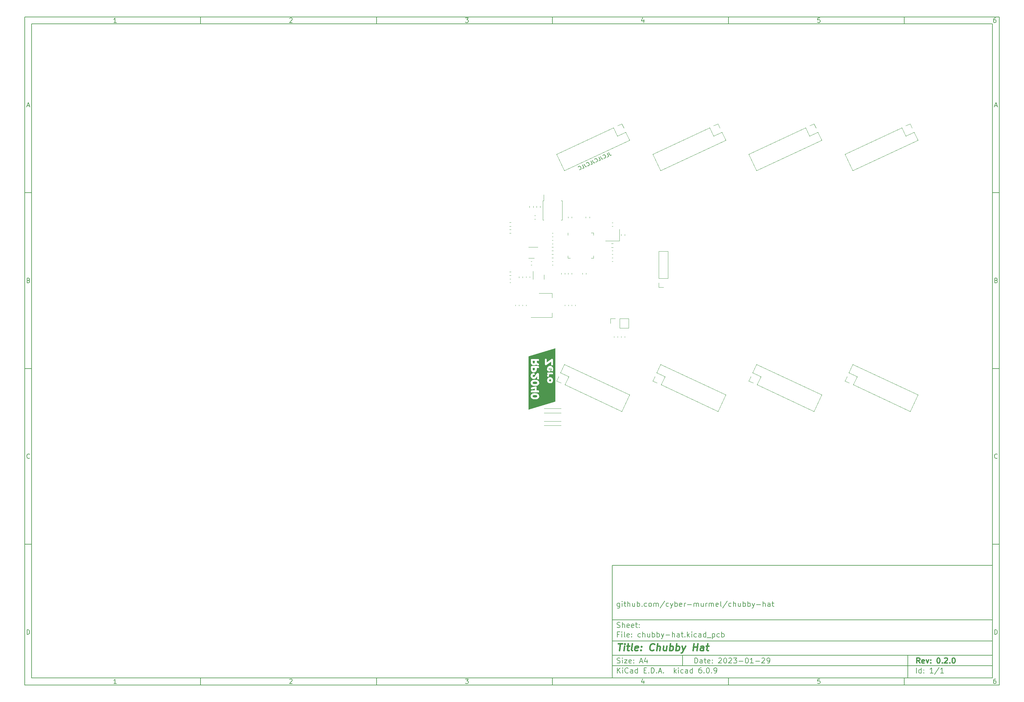
<source format=gbr>
%TF.GenerationSoftware,KiCad,Pcbnew,6.0.9*%
%TF.CreationDate,2023-01-30T01:56:59+01:00*%
%TF.ProjectId,chubby-hat,63687562-6279-42d6-9861-742e6b696361,0.2.0*%
%TF.SameCoordinates,Original*%
%TF.FileFunction,Legend,Bot*%
%TF.FilePolarity,Positive*%
%FSLAX46Y46*%
G04 Gerber Fmt 4.6, Leading zero omitted, Abs format (unit mm)*
G04 Created by KiCad (PCBNEW 6.0.9) date 2023-01-30 01:56:59*
%MOMM*%
%LPD*%
G01*
G04 APERTURE LIST*
%ADD10C,0.100000*%
%ADD11C,0.150000*%
%ADD12C,0.300000*%
%ADD13C,0.400000*%
%ADD14C,0.120000*%
G04 APERTURE END LIST*
D10*
D11*
X177002200Y-166007200D02*
X177002200Y-198007200D01*
X285002200Y-198007200D01*
X285002200Y-166007200D01*
X177002200Y-166007200D01*
D10*
D11*
X10000000Y-10000000D02*
X10000000Y-200007200D01*
X287002200Y-200007200D01*
X287002200Y-10000000D01*
X10000000Y-10000000D01*
D10*
D11*
X12000000Y-12000000D02*
X12000000Y-198007200D01*
X285002200Y-198007200D01*
X285002200Y-12000000D01*
X12000000Y-12000000D01*
D10*
D11*
X60000000Y-12000000D02*
X60000000Y-10000000D01*
D10*
D11*
X110000000Y-12000000D02*
X110000000Y-10000000D01*
D10*
D11*
X160000000Y-12000000D02*
X160000000Y-10000000D01*
D10*
D11*
X210000000Y-12000000D02*
X210000000Y-10000000D01*
D10*
D11*
X260000000Y-12000000D02*
X260000000Y-10000000D01*
D10*
D11*
X36065476Y-11588095D02*
X35322619Y-11588095D01*
X35694047Y-11588095D02*
X35694047Y-10288095D01*
X35570238Y-10473809D01*
X35446428Y-10597619D01*
X35322619Y-10659523D01*
D10*
D11*
X85322619Y-10411904D02*
X85384523Y-10350000D01*
X85508333Y-10288095D01*
X85817857Y-10288095D01*
X85941666Y-10350000D01*
X86003571Y-10411904D01*
X86065476Y-10535714D01*
X86065476Y-10659523D01*
X86003571Y-10845238D01*
X85260714Y-11588095D01*
X86065476Y-11588095D01*
D10*
D11*
X135260714Y-10288095D02*
X136065476Y-10288095D01*
X135632142Y-10783333D01*
X135817857Y-10783333D01*
X135941666Y-10845238D01*
X136003571Y-10907142D01*
X136065476Y-11030952D01*
X136065476Y-11340476D01*
X136003571Y-11464285D01*
X135941666Y-11526190D01*
X135817857Y-11588095D01*
X135446428Y-11588095D01*
X135322619Y-11526190D01*
X135260714Y-11464285D01*
D10*
D11*
X185941666Y-10721428D02*
X185941666Y-11588095D01*
X185632142Y-10226190D02*
X185322619Y-11154761D01*
X186127380Y-11154761D01*
D10*
D11*
X236003571Y-10288095D02*
X235384523Y-10288095D01*
X235322619Y-10907142D01*
X235384523Y-10845238D01*
X235508333Y-10783333D01*
X235817857Y-10783333D01*
X235941666Y-10845238D01*
X236003571Y-10907142D01*
X236065476Y-11030952D01*
X236065476Y-11340476D01*
X236003571Y-11464285D01*
X235941666Y-11526190D01*
X235817857Y-11588095D01*
X235508333Y-11588095D01*
X235384523Y-11526190D01*
X235322619Y-11464285D01*
D10*
D11*
X285941666Y-10288095D02*
X285694047Y-10288095D01*
X285570238Y-10350000D01*
X285508333Y-10411904D01*
X285384523Y-10597619D01*
X285322619Y-10845238D01*
X285322619Y-11340476D01*
X285384523Y-11464285D01*
X285446428Y-11526190D01*
X285570238Y-11588095D01*
X285817857Y-11588095D01*
X285941666Y-11526190D01*
X286003571Y-11464285D01*
X286065476Y-11340476D01*
X286065476Y-11030952D01*
X286003571Y-10907142D01*
X285941666Y-10845238D01*
X285817857Y-10783333D01*
X285570238Y-10783333D01*
X285446428Y-10845238D01*
X285384523Y-10907142D01*
X285322619Y-11030952D01*
D10*
D11*
X60000000Y-198007200D02*
X60000000Y-200007200D01*
D10*
D11*
X110000000Y-198007200D02*
X110000000Y-200007200D01*
D10*
D11*
X160000000Y-198007200D02*
X160000000Y-200007200D01*
D10*
D11*
X210000000Y-198007200D02*
X210000000Y-200007200D01*
D10*
D11*
X260000000Y-198007200D02*
X260000000Y-200007200D01*
D10*
D11*
X36065476Y-199595295D02*
X35322619Y-199595295D01*
X35694047Y-199595295D02*
X35694047Y-198295295D01*
X35570238Y-198481009D01*
X35446428Y-198604819D01*
X35322619Y-198666723D01*
D10*
D11*
X85322619Y-198419104D02*
X85384523Y-198357200D01*
X85508333Y-198295295D01*
X85817857Y-198295295D01*
X85941666Y-198357200D01*
X86003571Y-198419104D01*
X86065476Y-198542914D01*
X86065476Y-198666723D01*
X86003571Y-198852438D01*
X85260714Y-199595295D01*
X86065476Y-199595295D01*
D10*
D11*
X135260714Y-198295295D02*
X136065476Y-198295295D01*
X135632142Y-198790533D01*
X135817857Y-198790533D01*
X135941666Y-198852438D01*
X136003571Y-198914342D01*
X136065476Y-199038152D01*
X136065476Y-199347676D01*
X136003571Y-199471485D01*
X135941666Y-199533390D01*
X135817857Y-199595295D01*
X135446428Y-199595295D01*
X135322619Y-199533390D01*
X135260714Y-199471485D01*
D10*
D11*
X185941666Y-198728628D02*
X185941666Y-199595295D01*
X185632142Y-198233390D02*
X185322619Y-199161961D01*
X186127380Y-199161961D01*
D10*
D11*
X236003571Y-198295295D02*
X235384523Y-198295295D01*
X235322619Y-198914342D01*
X235384523Y-198852438D01*
X235508333Y-198790533D01*
X235817857Y-198790533D01*
X235941666Y-198852438D01*
X236003571Y-198914342D01*
X236065476Y-199038152D01*
X236065476Y-199347676D01*
X236003571Y-199471485D01*
X235941666Y-199533390D01*
X235817857Y-199595295D01*
X235508333Y-199595295D01*
X235384523Y-199533390D01*
X235322619Y-199471485D01*
D10*
D11*
X285941666Y-198295295D02*
X285694047Y-198295295D01*
X285570238Y-198357200D01*
X285508333Y-198419104D01*
X285384523Y-198604819D01*
X285322619Y-198852438D01*
X285322619Y-199347676D01*
X285384523Y-199471485D01*
X285446428Y-199533390D01*
X285570238Y-199595295D01*
X285817857Y-199595295D01*
X285941666Y-199533390D01*
X286003571Y-199471485D01*
X286065476Y-199347676D01*
X286065476Y-199038152D01*
X286003571Y-198914342D01*
X285941666Y-198852438D01*
X285817857Y-198790533D01*
X285570238Y-198790533D01*
X285446428Y-198852438D01*
X285384523Y-198914342D01*
X285322619Y-199038152D01*
D10*
D11*
X10000000Y-60000000D02*
X12000000Y-60000000D01*
D10*
D11*
X10000000Y-110000000D02*
X12000000Y-110000000D01*
D10*
D11*
X10000000Y-160000000D02*
X12000000Y-160000000D01*
D10*
D11*
X10690476Y-35216666D02*
X11309523Y-35216666D01*
X10566666Y-35588095D02*
X11000000Y-34288095D01*
X11433333Y-35588095D01*
D10*
D11*
X11092857Y-84907142D02*
X11278571Y-84969047D01*
X11340476Y-85030952D01*
X11402380Y-85154761D01*
X11402380Y-85340476D01*
X11340476Y-85464285D01*
X11278571Y-85526190D01*
X11154761Y-85588095D01*
X10659523Y-85588095D01*
X10659523Y-84288095D01*
X11092857Y-84288095D01*
X11216666Y-84350000D01*
X11278571Y-84411904D01*
X11340476Y-84535714D01*
X11340476Y-84659523D01*
X11278571Y-84783333D01*
X11216666Y-84845238D01*
X11092857Y-84907142D01*
X10659523Y-84907142D01*
D10*
D11*
X11402380Y-135464285D02*
X11340476Y-135526190D01*
X11154761Y-135588095D01*
X11030952Y-135588095D01*
X10845238Y-135526190D01*
X10721428Y-135402380D01*
X10659523Y-135278571D01*
X10597619Y-135030952D01*
X10597619Y-134845238D01*
X10659523Y-134597619D01*
X10721428Y-134473809D01*
X10845238Y-134350000D01*
X11030952Y-134288095D01*
X11154761Y-134288095D01*
X11340476Y-134350000D01*
X11402380Y-134411904D01*
D10*
D11*
X10659523Y-185588095D02*
X10659523Y-184288095D01*
X10969047Y-184288095D01*
X11154761Y-184350000D01*
X11278571Y-184473809D01*
X11340476Y-184597619D01*
X11402380Y-184845238D01*
X11402380Y-185030952D01*
X11340476Y-185278571D01*
X11278571Y-185402380D01*
X11154761Y-185526190D01*
X10969047Y-185588095D01*
X10659523Y-185588095D01*
D10*
D11*
X287002200Y-60000000D02*
X285002200Y-60000000D01*
D10*
D11*
X287002200Y-110000000D02*
X285002200Y-110000000D01*
D10*
D11*
X287002200Y-160000000D02*
X285002200Y-160000000D01*
D10*
D11*
X285692676Y-35216666D02*
X286311723Y-35216666D01*
X285568866Y-35588095D02*
X286002200Y-34288095D01*
X286435533Y-35588095D01*
D10*
D11*
X286095057Y-84907142D02*
X286280771Y-84969047D01*
X286342676Y-85030952D01*
X286404580Y-85154761D01*
X286404580Y-85340476D01*
X286342676Y-85464285D01*
X286280771Y-85526190D01*
X286156961Y-85588095D01*
X285661723Y-85588095D01*
X285661723Y-84288095D01*
X286095057Y-84288095D01*
X286218866Y-84350000D01*
X286280771Y-84411904D01*
X286342676Y-84535714D01*
X286342676Y-84659523D01*
X286280771Y-84783333D01*
X286218866Y-84845238D01*
X286095057Y-84907142D01*
X285661723Y-84907142D01*
D10*
D11*
X286404580Y-135464285D02*
X286342676Y-135526190D01*
X286156961Y-135588095D01*
X286033152Y-135588095D01*
X285847438Y-135526190D01*
X285723628Y-135402380D01*
X285661723Y-135278571D01*
X285599819Y-135030952D01*
X285599819Y-134845238D01*
X285661723Y-134597619D01*
X285723628Y-134473809D01*
X285847438Y-134350000D01*
X286033152Y-134288095D01*
X286156961Y-134288095D01*
X286342676Y-134350000D01*
X286404580Y-134411904D01*
D10*
D11*
X285661723Y-185588095D02*
X285661723Y-184288095D01*
X285971247Y-184288095D01*
X286156961Y-184350000D01*
X286280771Y-184473809D01*
X286342676Y-184597619D01*
X286404580Y-184845238D01*
X286404580Y-185030952D01*
X286342676Y-185278571D01*
X286280771Y-185402380D01*
X286156961Y-185526190D01*
X285971247Y-185588095D01*
X285661723Y-185588095D01*
D10*
D11*
X200434342Y-193785771D02*
X200434342Y-192285771D01*
X200791485Y-192285771D01*
X201005771Y-192357200D01*
X201148628Y-192500057D01*
X201220057Y-192642914D01*
X201291485Y-192928628D01*
X201291485Y-193142914D01*
X201220057Y-193428628D01*
X201148628Y-193571485D01*
X201005771Y-193714342D01*
X200791485Y-193785771D01*
X200434342Y-193785771D01*
X202577200Y-193785771D02*
X202577200Y-193000057D01*
X202505771Y-192857200D01*
X202362914Y-192785771D01*
X202077200Y-192785771D01*
X201934342Y-192857200D01*
X202577200Y-193714342D02*
X202434342Y-193785771D01*
X202077200Y-193785771D01*
X201934342Y-193714342D01*
X201862914Y-193571485D01*
X201862914Y-193428628D01*
X201934342Y-193285771D01*
X202077200Y-193214342D01*
X202434342Y-193214342D01*
X202577200Y-193142914D01*
X203077200Y-192785771D02*
X203648628Y-192785771D01*
X203291485Y-192285771D02*
X203291485Y-193571485D01*
X203362914Y-193714342D01*
X203505771Y-193785771D01*
X203648628Y-193785771D01*
X204720057Y-193714342D02*
X204577200Y-193785771D01*
X204291485Y-193785771D01*
X204148628Y-193714342D01*
X204077200Y-193571485D01*
X204077200Y-193000057D01*
X204148628Y-192857200D01*
X204291485Y-192785771D01*
X204577200Y-192785771D01*
X204720057Y-192857200D01*
X204791485Y-193000057D01*
X204791485Y-193142914D01*
X204077200Y-193285771D01*
X205434342Y-193642914D02*
X205505771Y-193714342D01*
X205434342Y-193785771D01*
X205362914Y-193714342D01*
X205434342Y-193642914D01*
X205434342Y-193785771D01*
X205434342Y-192857200D02*
X205505771Y-192928628D01*
X205434342Y-193000057D01*
X205362914Y-192928628D01*
X205434342Y-192857200D01*
X205434342Y-193000057D01*
X207220057Y-192428628D02*
X207291485Y-192357200D01*
X207434342Y-192285771D01*
X207791485Y-192285771D01*
X207934342Y-192357200D01*
X208005771Y-192428628D01*
X208077200Y-192571485D01*
X208077200Y-192714342D01*
X208005771Y-192928628D01*
X207148628Y-193785771D01*
X208077200Y-193785771D01*
X209005771Y-192285771D02*
X209148628Y-192285771D01*
X209291485Y-192357200D01*
X209362914Y-192428628D01*
X209434342Y-192571485D01*
X209505771Y-192857200D01*
X209505771Y-193214342D01*
X209434342Y-193500057D01*
X209362914Y-193642914D01*
X209291485Y-193714342D01*
X209148628Y-193785771D01*
X209005771Y-193785771D01*
X208862914Y-193714342D01*
X208791485Y-193642914D01*
X208720057Y-193500057D01*
X208648628Y-193214342D01*
X208648628Y-192857200D01*
X208720057Y-192571485D01*
X208791485Y-192428628D01*
X208862914Y-192357200D01*
X209005771Y-192285771D01*
X210077200Y-192428628D02*
X210148628Y-192357200D01*
X210291485Y-192285771D01*
X210648628Y-192285771D01*
X210791485Y-192357200D01*
X210862914Y-192428628D01*
X210934342Y-192571485D01*
X210934342Y-192714342D01*
X210862914Y-192928628D01*
X210005771Y-193785771D01*
X210934342Y-193785771D01*
X211434342Y-192285771D02*
X212362914Y-192285771D01*
X211862914Y-192857200D01*
X212077200Y-192857200D01*
X212220057Y-192928628D01*
X212291485Y-193000057D01*
X212362914Y-193142914D01*
X212362914Y-193500057D01*
X212291485Y-193642914D01*
X212220057Y-193714342D01*
X212077200Y-193785771D01*
X211648628Y-193785771D01*
X211505771Y-193714342D01*
X211434342Y-193642914D01*
X213005771Y-193214342D02*
X214148628Y-193214342D01*
X215148628Y-192285771D02*
X215291485Y-192285771D01*
X215434342Y-192357200D01*
X215505771Y-192428628D01*
X215577200Y-192571485D01*
X215648628Y-192857200D01*
X215648628Y-193214342D01*
X215577200Y-193500057D01*
X215505771Y-193642914D01*
X215434342Y-193714342D01*
X215291485Y-193785771D01*
X215148628Y-193785771D01*
X215005771Y-193714342D01*
X214934342Y-193642914D01*
X214862914Y-193500057D01*
X214791485Y-193214342D01*
X214791485Y-192857200D01*
X214862914Y-192571485D01*
X214934342Y-192428628D01*
X215005771Y-192357200D01*
X215148628Y-192285771D01*
X217077200Y-193785771D02*
X216220057Y-193785771D01*
X216648628Y-193785771D02*
X216648628Y-192285771D01*
X216505771Y-192500057D01*
X216362914Y-192642914D01*
X216220057Y-192714342D01*
X217720057Y-193214342D02*
X218862914Y-193214342D01*
X219505771Y-192428628D02*
X219577200Y-192357200D01*
X219720057Y-192285771D01*
X220077200Y-192285771D01*
X220220057Y-192357200D01*
X220291485Y-192428628D01*
X220362914Y-192571485D01*
X220362914Y-192714342D01*
X220291485Y-192928628D01*
X219434342Y-193785771D01*
X220362914Y-193785771D01*
X221077200Y-193785771D02*
X221362914Y-193785771D01*
X221505771Y-193714342D01*
X221577200Y-193642914D01*
X221720057Y-193428628D01*
X221791485Y-193142914D01*
X221791485Y-192571485D01*
X221720057Y-192428628D01*
X221648628Y-192357200D01*
X221505771Y-192285771D01*
X221220057Y-192285771D01*
X221077200Y-192357200D01*
X221005771Y-192428628D01*
X220934342Y-192571485D01*
X220934342Y-192928628D01*
X221005771Y-193071485D01*
X221077200Y-193142914D01*
X221220057Y-193214342D01*
X221505771Y-193214342D01*
X221648628Y-193142914D01*
X221720057Y-193071485D01*
X221791485Y-192928628D01*
D10*
D11*
X177002200Y-194507200D02*
X285002200Y-194507200D01*
D10*
D11*
X178434342Y-196585771D02*
X178434342Y-195085771D01*
X179291485Y-196585771D02*
X178648628Y-195728628D01*
X179291485Y-195085771D02*
X178434342Y-195942914D01*
X179934342Y-196585771D02*
X179934342Y-195585771D01*
X179934342Y-195085771D02*
X179862914Y-195157200D01*
X179934342Y-195228628D01*
X180005771Y-195157200D01*
X179934342Y-195085771D01*
X179934342Y-195228628D01*
X181505771Y-196442914D02*
X181434342Y-196514342D01*
X181220057Y-196585771D01*
X181077200Y-196585771D01*
X180862914Y-196514342D01*
X180720057Y-196371485D01*
X180648628Y-196228628D01*
X180577200Y-195942914D01*
X180577200Y-195728628D01*
X180648628Y-195442914D01*
X180720057Y-195300057D01*
X180862914Y-195157200D01*
X181077200Y-195085771D01*
X181220057Y-195085771D01*
X181434342Y-195157200D01*
X181505771Y-195228628D01*
X182791485Y-196585771D02*
X182791485Y-195800057D01*
X182720057Y-195657200D01*
X182577200Y-195585771D01*
X182291485Y-195585771D01*
X182148628Y-195657200D01*
X182791485Y-196514342D02*
X182648628Y-196585771D01*
X182291485Y-196585771D01*
X182148628Y-196514342D01*
X182077200Y-196371485D01*
X182077200Y-196228628D01*
X182148628Y-196085771D01*
X182291485Y-196014342D01*
X182648628Y-196014342D01*
X182791485Y-195942914D01*
X184148628Y-196585771D02*
X184148628Y-195085771D01*
X184148628Y-196514342D02*
X184005771Y-196585771D01*
X183720057Y-196585771D01*
X183577200Y-196514342D01*
X183505771Y-196442914D01*
X183434342Y-196300057D01*
X183434342Y-195871485D01*
X183505771Y-195728628D01*
X183577200Y-195657200D01*
X183720057Y-195585771D01*
X184005771Y-195585771D01*
X184148628Y-195657200D01*
X186005771Y-195800057D02*
X186505771Y-195800057D01*
X186720057Y-196585771D02*
X186005771Y-196585771D01*
X186005771Y-195085771D01*
X186720057Y-195085771D01*
X187362914Y-196442914D02*
X187434342Y-196514342D01*
X187362914Y-196585771D01*
X187291485Y-196514342D01*
X187362914Y-196442914D01*
X187362914Y-196585771D01*
X188077200Y-196585771D02*
X188077200Y-195085771D01*
X188434342Y-195085771D01*
X188648628Y-195157200D01*
X188791485Y-195300057D01*
X188862914Y-195442914D01*
X188934342Y-195728628D01*
X188934342Y-195942914D01*
X188862914Y-196228628D01*
X188791485Y-196371485D01*
X188648628Y-196514342D01*
X188434342Y-196585771D01*
X188077200Y-196585771D01*
X189577200Y-196442914D02*
X189648628Y-196514342D01*
X189577200Y-196585771D01*
X189505771Y-196514342D01*
X189577200Y-196442914D01*
X189577200Y-196585771D01*
X190220057Y-196157200D02*
X190934342Y-196157200D01*
X190077200Y-196585771D02*
X190577200Y-195085771D01*
X191077200Y-196585771D01*
X191577200Y-196442914D02*
X191648628Y-196514342D01*
X191577200Y-196585771D01*
X191505771Y-196514342D01*
X191577200Y-196442914D01*
X191577200Y-196585771D01*
X194577200Y-196585771D02*
X194577200Y-195085771D01*
X194720057Y-196014342D02*
X195148628Y-196585771D01*
X195148628Y-195585771D02*
X194577200Y-196157200D01*
X195791485Y-196585771D02*
X195791485Y-195585771D01*
X195791485Y-195085771D02*
X195720057Y-195157200D01*
X195791485Y-195228628D01*
X195862914Y-195157200D01*
X195791485Y-195085771D01*
X195791485Y-195228628D01*
X197148628Y-196514342D02*
X197005771Y-196585771D01*
X196720057Y-196585771D01*
X196577200Y-196514342D01*
X196505771Y-196442914D01*
X196434342Y-196300057D01*
X196434342Y-195871485D01*
X196505771Y-195728628D01*
X196577200Y-195657200D01*
X196720057Y-195585771D01*
X197005771Y-195585771D01*
X197148628Y-195657200D01*
X198434342Y-196585771D02*
X198434342Y-195800057D01*
X198362914Y-195657200D01*
X198220057Y-195585771D01*
X197934342Y-195585771D01*
X197791485Y-195657200D01*
X198434342Y-196514342D02*
X198291485Y-196585771D01*
X197934342Y-196585771D01*
X197791485Y-196514342D01*
X197720057Y-196371485D01*
X197720057Y-196228628D01*
X197791485Y-196085771D01*
X197934342Y-196014342D01*
X198291485Y-196014342D01*
X198434342Y-195942914D01*
X199791485Y-196585771D02*
X199791485Y-195085771D01*
X199791485Y-196514342D02*
X199648628Y-196585771D01*
X199362914Y-196585771D01*
X199220057Y-196514342D01*
X199148628Y-196442914D01*
X199077200Y-196300057D01*
X199077200Y-195871485D01*
X199148628Y-195728628D01*
X199220057Y-195657200D01*
X199362914Y-195585771D01*
X199648628Y-195585771D01*
X199791485Y-195657200D01*
X202291485Y-195085771D02*
X202005771Y-195085771D01*
X201862914Y-195157200D01*
X201791485Y-195228628D01*
X201648628Y-195442914D01*
X201577200Y-195728628D01*
X201577200Y-196300057D01*
X201648628Y-196442914D01*
X201720057Y-196514342D01*
X201862914Y-196585771D01*
X202148628Y-196585771D01*
X202291485Y-196514342D01*
X202362914Y-196442914D01*
X202434342Y-196300057D01*
X202434342Y-195942914D01*
X202362914Y-195800057D01*
X202291485Y-195728628D01*
X202148628Y-195657200D01*
X201862914Y-195657200D01*
X201720057Y-195728628D01*
X201648628Y-195800057D01*
X201577200Y-195942914D01*
X203077200Y-196442914D02*
X203148628Y-196514342D01*
X203077200Y-196585771D01*
X203005771Y-196514342D01*
X203077200Y-196442914D01*
X203077200Y-196585771D01*
X204077200Y-195085771D02*
X204220057Y-195085771D01*
X204362914Y-195157200D01*
X204434342Y-195228628D01*
X204505771Y-195371485D01*
X204577200Y-195657200D01*
X204577200Y-196014342D01*
X204505771Y-196300057D01*
X204434342Y-196442914D01*
X204362914Y-196514342D01*
X204220057Y-196585771D01*
X204077200Y-196585771D01*
X203934342Y-196514342D01*
X203862914Y-196442914D01*
X203791485Y-196300057D01*
X203720057Y-196014342D01*
X203720057Y-195657200D01*
X203791485Y-195371485D01*
X203862914Y-195228628D01*
X203934342Y-195157200D01*
X204077200Y-195085771D01*
X205220057Y-196442914D02*
X205291485Y-196514342D01*
X205220057Y-196585771D01*
X205148628Y-196514342D01*
X205220057Y-196442914D01*
X205220057Y-196585771D01*
X206005771Y-196585771D02*
X206291485Y-196585771D01*
X206434342Y-196514342D01*
X206505771Y-196442914D01*
X206648628Y-196228628D01*
X206720057Y-195942914D01*
X206720057Y-195371485D01*
X206648628Y-195228628D01*
X206577200Y-195157200D01*
X206434342Y-195085771D01*
X206148628Y-195085771D01*
X206005771Y-195157200D01*
X205934342Y-195228628D01*
X205862914Y-195371485D01*
X205862914Y-195728628D01*
X205934342Y-195871485D01*
X206005771Y-195942914D01*
X206148628Y-196014342D01*
X206434342Y-196014342D01*
X206577200Y-195942914D01*
X206648628Y-195871485D01*
X206720057Y-195728628D01*
D10*
D11*
X177002200Y-191507200D02*
X285002200Y-191507200D01*
D10*
D12*
X264411485Y-193785771D02*
X263911485Y-193071485D01*
X263554342Y-193785771D02*
X263554342Y-192285771D01*
X264125771Y-192285771D01*
X264268628Y-192357200D01*
X264340057Y-192428628D01*
X264411485Y-192571485D01*
X264411485Y-192785771D01*
X264340057Y-192928628D01*
X264268628Y-193000057D01*
X264125771Y-193071485D01*
X263554342Y-193071485D01*
X265625771Y-193714342D02*
X265482914Y-193785771D01*
X265197200Y-193785771D01*
X265054342Y-193714342D01*
X264982914Y-193571485D01*
X264982914Y-193000057D01*
X265054342Y-192857200D01*
X265197200Y-192785771D01*
X265482914Y-192785771D01*
X265625771Y-192857200D01*
X265697200Y-193000057D01*
X265697200Y-193142914D01*
X264982914Y-193285771D01*
X266197200Y-192785771D02*
X266554342Y-193785771D01*
X266911485Y-192785771D01*
X267482914Y-193642914D02*
X267554342Y-193714342D01*
X267482914Y-193785771D01*
X267411485Y-193714342D01*
X267482914Y-193642914D01*
X267482914Y-193785771D01*
X267482914Y-192857200D02*
X267554342Y-192928628D01*
X267482914Y-193000057D01*
X267411485Y-192928628D01*
X267482914Y-192857200D01*
X267482914Y-193000057D01*
X269625771Y-192285771D02*
X269768628Y-192285771D01*
X269911485Y-192357200D01*
X269982914Y-192428628D01*
X270054342Y-192571485D01*
X270125771Y-192857200D01*
X270125771Y-193214342D01*
X270054342Y-193500057D01*
X269982914Y-193642914D01*
X269911485Y-193714342D01*
X269768628Y-193785771D01*
X269625771Y-193785771D01*
X269482914Y-193714342D01*
X269411485Y-193642914D01*
X269340057Y-193500057D01*
X269268628Y-193214342D01*
X269268628Y-192857200D01*
X269340057Y-192571485D01*
X269411485Y-192428628D01*
X269482914Y-192357200D01*
X269625771Y-192285771D01*
X270768628Y-193642914D02*
X270840057Y-193714342D01*
X270768628Y-193785771D01*
X270697200Y-193714342D01*
X270768628Y-193642914D01*
X270768628Y-193785771D01*
X271411485Y-192428628D02*
X271482914Y-192357200D01*
X271625771Y-192285771D01*
X271982914Y-192285771D01*
X272125771Y-192357200D01*
X272197200Y-192428628D01*
X272268628Y-192571485D01*
X272268628Y-192714342D01*
X272197200Y-192928628D01*
X271340057Y-193785771D01*
X272268628Y-193785771D01*
X272911485Y-193642914D02*
X272982914Y-193714342D01*
X272911485Y-193785771D01*
X272840057Y-193714342D01*
X272911485Y-193642914D01*
X272911485Y-193785771D01*
X273911485Y-192285771D02*
X274054342Y-192285771D01*
X274197200Y-192357200D01*
X274268628Y-192428628D01*
X274340057Y-192571485D01*
X274411485Y-192857200D01*
X274411485Y-193214342D01*
X274340057Y-193500057D01*
X274268628Y-193642914D01*
X274197200Y-193714342D01*
X274054342Y-193785771D01*
X273911485Y-193785771D01*
X273768628Y-193714342D01*
X273697200Y-193642914D01*
X273625771Y-193500057D01*
X273554342Y-193214342D01*
X273554342Y-192857200D01*
X273625771Y-192571485D01*
X273697200Y-192428628D01*
X273768628Y-192357200D01*
X273911485Y-192285771D01*
D10*
D11*
X178362914Y-193714342D02*
X178577200Y-193785771D01*
X178934342Y-193785771D01*
X179077200Y-193714342D01*
X179148628Y-193642914D01*
X179220057Y-193500057D01*
X179220057Y-193357200D01*
X179148628Y-193214342D01*
X179077200Y-193142914D01*
X178934342Y-193071485D01*
X178648628Y-193000057D01*
X178505771Y-192928628D01*
X178434342Y-192857200D01*
X178362914Y-192714342D01*
X178362914Y-192571485D01*
X178434342Y-192428628D01*
X178505771Y-192357200D01*
X178648628Y-192285771D01*
X179005771Y-192285771D01*
X179220057Y-192357200D01*
X179862914Y-193785771D02*
X179862914Y-192785771D01*
X179862914Y-192285771D02*
X179791485Y-192357200D01*
X179862914Y-192428628D01*
X179934342Y-192357200D01*
X179862914Y-192285771D01*
X179862914Y-192428628D01*
X180434342Y-192785771D02*
X181220057Y-192785771D01*
X180434342Y-193785771D01*
X181220057Y-193785771D01*
X182362914Y-193714342D02*
X182220057Y-193785771D01*
X181934342Y-193785771D01*
X181791485Y-193714342D01*
X181720057Y-193571485D01*
X181720057Y-193000057D01*
X181791485Y-192857200D01*
X181934342Y-192785771D01*
X182220057Y-192785771D01*
X182362914Y-192857200D01*
X182434342Y-193000057D01*
X182434342Y-193142914D01*
X181720057Y-193285771D01*
X183077200Y-193642914D02*
X183148628Y-193714342D01*
X183077200Y-193785771D01*
X183005771Y-193714342D01*
X183077200Y-193642914D01*
X183077200Y-193785771D01*
X183077200Y-192857200D02*
X183148628Y-192928628D01*
X183077200Y-193000057D01*
X183005771Y-192928628D01*
X183077200Y-192857200D01*
X183077200Y-193000057D01*
X184862914Y-193357200D02*
X185577200Y-193357200D01*
X184720057Y-193785771D02*
X185220057Y-192285771D01*
X185720057Y-193785771D01*
X186862914Y-192785771D02*
X186862914Y-193785771D01*
X186505771Y-192214342D02*
X186148628Y-193285771D01*
X187077200Y-193285771D01*
D10*
D11*
X263434342Y-196585771D02*
X263434342Y-195085771D01*
X264791485Y-196585771D02*
X264791485Y-195085771D01*
X264791485Y-196514342D02*
X264648628Y-196585771D01*
X264362914Y-196585771D01*
X264220057Y-196514342D01*
X264148628Y-196442914D01*
X264077200Y-196300057D01*
X264077200Y-195871485D01*
X264148628Y-195728628D01*
X264220057Y-195657200D01*
X264362914Y-195585771D01*
X264648628Y-195585771D01*
X264791485Y-195657200D01*
X265505771Y-196442914D02*
X265577200Y-196514342D01*
X265505771Y-196585771D01*
X265434342Y-196514342D01*
X265505771Y-196442914D01*
X265505771Y-196585771D01*
X265505771Y-195657200D02*
X265577200Y-195728628D01*
X265505771Y-195800057D01*
X265434342Y-195728628D01*
X265505771Y-195657200D01*
X265505771Y-195800057D01*
X268148628Y-196585771D02*
X267291485Y-196585771D01*
X267720057Y-196585771D02*
X267720057Y-195085771D01*
X267577200Y-195300057D01*
X267434342Y-195442914D01*
X267291485Y-195514342D01*
X269862914Y-195014342D02*
X268577200Y-196942914D01*
X271148628Y-196585771D02*
X270291485Y-196585771D01*
X270720057Y-196585771D02*
X270720057Y-195085771D01*
X270577200Y-195300057D01*
X270434342Y-195442914D01*
X270291485Y-195514342D01*
D10*
D11*
X177002200Y-187507200D02*
X285002200Y-187507200D01*
D10*
D13*
X178714580Y-188211961D02*
X179857438Y-188211961D01*
X179036009Y-190211961D02*
X179286009Y-188211961D01*
X180274104Y-190211961D02*
X180440771Y-188878628D01*
X180524104Y-188211961D02*
X180416961Y-188307200D01*
X180500295Y-188402438D01*
X180607438Y-188307200D01*
X180524104Y-188211961D01*
X180500295Y-188402438D01*
X181107438Y-188878628D02*
X181869342Y-188878628D01*
X181476485Y-188211961D02*
X181262200Y-189926247D01*
X181333628Y-190116723D01*
X181512200Y-190211961D01*
X181702676Y-190211961D01*
X182655057Y-190211961D02*
X182476485Y-190116723D01*
X182405057Y-189926247D01*
X182619342Y-188211961D01*
X184190771Y-190116723D02*
X183988390Y-190211961D01*
X183607438Y-190211961D01*
X183428866Y-190116723D01*
X183357438Y-189926247D01*
X183452676Y-189164342D01*
X183571723Y-188973866D01*
X183774104Y-188878628D01*
X184155057Y-188878628D01*
X184333628Y-188973866D01*
X184405057Y-189164342D01*
X184381247Y-189354819D01*
X183405057Y-189545295D01*
X185155057Y-190021485D02*
X185238390Y-190116723D01*
X185131247Y-190211961D01*
X185047914Y-190116723D01*
X185155057Y-190021485D01*
X185131247Y-190211961D01*
X185286009Y-188973866D02*
X185369342Y-189069104D01*
X185262200Y-189164342D01*
X185178866Y-189069104D01*
X185286009Y-188973866D01*
X185262200Y-189164342D01*
X188774104Y-190021485D02*
X188666961Y-190116723D01*
X188369342Y-190211961D01*
X188178866Y-190211961D01*
X187905057Y-190116723D01*
X187738390Y-189926247D01*
X187666961Y-189735771D01*
X187619342Y-189354819D01*
X187655057Y-189069104D01*
X187797914Y-188688152D01*
X187916961Y-188497676D01*
X188131247Y-188307200D01*
X188428866Y-188211961D01*
X188619342Y-188211961D01*
X188893152Y-188307200D01*
X188976485Y-188402438D01*
X189607438Y-190211961D02*
X189857438Y-188211961D01*
X190464580Y-190211961D02*
X190595533Y-189164342D01*
X190524104Y-188973866D01*
X190345533Y-188878628D01*
X190059819Y-188878628D01*
X189857438Y-188973866D01*
X189750295Y-189069104D01*
X192440771Y-188878628D02*
X192274104Y-190211961D01*
X191583628Y-188878628D02*
X191452676Y-189926247D01*
X191524104Y-190116723D01*
X191702676Y-190211961D01*
X191988390Y-190211961D01*
X192190771Y-190116723D01*
X192297914Y-190021485D01*
X193226485Y-190211961D02*
X193476485Y-188211961D01*
X193381247Y-188973866D02*
X193583628Y-188878628D01*
X193964580Y-188878628D01*
X194143152Y-188973866D01*
X194226485Y-189069104D01*
X194297914Y-189259580D01*
X194226485Y-189831009D01*
X194107438Y-190021485D01*
X194000295Y-190116723D01*
X193797914Y-190211961D01*
X193416961Y-190211961D01*
X193238390Y-190116723D01*
X195036009Y-190211961D02*
X195286009Y-188211961D01*
X195190771Y-188973866D02*
X195393152Y-188878628D01*
X195774104Y-188878628D01*
X195952676Y-188973866D01*
X196036009Y-189069104D01*
X196107438Y-189259580D01*
X196036009Y-189831009D01*
X195916961Y-190021485D01*
X195809819Y-190116723D01*
X195607438Y-190211961D01*
X195226485Y-190211961D01*
X195047914Y-190116723D01*
X196821723Y-188878628D02*
X197131247Y-190211961D01*
X197774104Y-188878628D02*
X197131247Y-190211961D01*
X196881247Y-190688152D01*
X196774104Y-190783390D01*
X196571723Y-190878628D01*
X199893152Y-190211961D02*
X200143152Y-188211961D01*
X200024104Y-189164342D02*
X201166961Y-189164342D01*
X201036009Y-190211961D02*
X201286009Y-188211961D01*
X202845533Y-190211961D02*
X202976485Y-189164342D01*
X202905057Y-188973866D01*
X202726485Y-188878628D01*
X202345533Y-188878628D01*
X202143152Y-188973866D01*
X202857438Y-190116723D02*
X202655057Y-190211961D01*
X202178866Y-190211961D01*
X202000295Y-190116723D01*
X201928866Y-189926247D01*
X201952676Y-189735771D01*
X202071723Y-189545295D01*
X202274104Y-189450057D01*
X202750295Y-189450057D01*
X202952676Y-189354819D01*
X203678866Y-188878628D02*
X204440771Y-188878628D01*
X204047914Y-188211961D02*
X203833628Y-189926247D01*
X203905057Y-190116723D01*
X204083628Y-190211961D01*
X204274104Y-190211961D01*
D10*
D11*
X178934342Y-185600057D02*
X178434342Y-185600057D01*
X178434342Y-186385771D02*
X178434342Y-184885771D01*
X179148628Y-184885771D01*
X179720057Y-186385771D02*
X179720057Y-185385771D01*
X179720057Y-184885771D02*
X179648628Y-184957200D01*
X179720057Y-185028628D01*
X179791485Y-184957200D01*
X179720057Y-184885771D01*
X179720057Y-185028628D01*
X180648628Y-186385771D02*
X180505771Y-186314342D01*
X180434342Y-186171485D01*
X180434342Y-184885771D01*
X181791485Y-186314342D02*
X181648628Y-186385771D01*
X181362914Y-186385771D01*
X181220057Y-186314342D01*
X181148628Y-186171485D01*
X181148628Y-185600057D01*
X181220057Y-185457200D01*
X181362914Y-185385771D01*
X181648628Y-185385771D01*
X181791485Y-185457200D01*
X181862914Y-185600057D01*
X181862914Y-185742914D01*
X181148628Y-185885771D01*
X182505771Y-186242914D02*
X182577200Y-186314342D01*
X182505771Y-186385771D01*
X182434342Y-186314342D01*
X182505771Y-186242914D01*
X182505771Y-186385771D01*
X182505771Y-185457200D02*
X182577200Y-185528628D01*
X182505771Y-185600057D01*
X182434342Y-185528628D01*
X182505771Y-185457200D01*
X182505771Y-185600057D01*
X185005771Y-186314342D02*
X184862914Y-186385771D01*
X184577200Y-186385771D01*
X184434342Y-186314342D01*
X184362914Y-186242914D01*
X184291485Y-186100057D01*
X184291485Y-185671485D01*
X184362914Y-185528628D01*
X184434342Y-185457200D01*
X184577200Y-185385771D01*
X184862914Y-185385771D01*
X185005771Y-185457200D01*
X185648628Y-186385771D02*
X185648628Y-184885771D01*
X186291485Y-186385771D02*
X186291485Y-185600057D01*
X186220057Y-185457200D01*
X186077200Y-185385771D01*
X185862914Y-185385771D01*
X185720057Y-185457200D01*
X185648628Y-185528628D01*
X187648628Y-185385771D02*
X187648628Y-186385771D01*
X187005771Y-185385771D02*
X187005771Y-186171485D01*
X187077200Y-186314342D01*
X187220057Y-186385771D01*
X187434342Y-186385771D01*
X187577200Y-186314342D01*
X187648628Y-186242914D01*
X188362914Y-186385771D02*
X188362914Y-184885771D01*
X188362914Y-185457200D02*
X188505771Y-185385771D01*
X188791485Y-185385771D01*
X188934342Y-185457200D01*
X189005771Y-185528628D01*
X189077200Y-185671485D01*
X189077200Y-186100057D01*
X189005771Y-186242914D01*
X188934342Y-186314342D01*
X188791485Y-186385771D01*
X188505771Y-186385771D01*
X188362914Y-186314342D01*
X189720057Y-186385771D02*
X189720057Y-184885771D01*
X189720057Y-185457200D02*
X189862914Y-185385771D01*
X190148628Y-185385771D01*
X190291485Y-185457200D01*
X190362914Y-185528628D01*
X190434342Y-185671485D01*
X190434342Y-186100057D01*
X190362914Y-186242914D01*
X190291485Y-186314342D01*
X190148628Y-186385771D01*
X189862914Y-186385771D01*
X189720057Y-186314342D01*
X190934342Y-185385771D02*
X191291485Y-186385771D01*
X191648628Y-185385771D02*
X191291485Y-186385771D01*
X191148628Y-186742914D01*
X191077200Y-186814342D01*
X190934342Y-186885771D01*
X192220057Y-185814342D02*
X193362914Y-185814342D01*
X194077200Y-186385771D02*
X194077200Y-184885771D01*
X194720057Y-186385771D02*
X194720057Y-185600057D01*
X194648628Y-185457200D01*
X194505771Y-185385771D01*
X194291485Y-185385771D01*
X194148628Y-185457200D01*
X194077200Y-185528628D01*
X196077200Y-186385771D02*
X196077200Y-185600057D01*
X196005771Y-185457200D01*
X195862914Y-185385771D01*
X195577200Y-185385771D01*
X195434342Y-185457200D01*
X196077200Y-186314342D02*
X195934342Y-186385771D01*
X195577200Y-186385771D01*
X195434342Y-186314342D01*
X195362914Y-186171485D01*
X195362914Y-186028628D01*
X195434342Y-185885771D01*
X195577200Y-185814342D01*
X195934342Y-185814342D01*
X196077200Y-185742914D01*
X196577200Y-185385771D02*
X197148628Y-185385771D01*
X196791485Y-184885771D02*
X196791485Y-186171485D01*
X196862914Y-186314342D01*
X197005771Y-186385771D01*
X197148628Y-186385771D01*
X197648628Y-186242914D02*
X197720057Y-186314342D01*
X197648628Y-186385771D01*
X197577200Y-186314342D01*
X197648628Y-186242914D01*
X197648628Y-186385771D01*
X198362914Y-186385771D02*
X198362914Y-184885771D01*
X198505771Y-185814342D02*
X198934342Y-186385771D01*
X198934342Y-185385771D02*
X198362914Y-185957200D01*
X199577200Y-186385771D02*
X199577200Y-185385771D01*
X199577200Y-184885771D02*
X199505771Y-184957200D01*
X199577200Y-185028628D01*
X199648628Y-184957200D01*
X199577200Y-184885771D01*
X199577200Y-185028628D01*
X200934342Y-186314342D02*
X200791485Y-186385771D01*
X200505771Y-186385771D01*
X200362914Y-186314342D01*
X200291485Y-186242914D01*
X200220057Y-186100057D01*
X200220057Y-185671485D01*
X200291485Y-185528628D01*
X200362914Y-185457200D01*
X200505771Y-185385771D01*
X200791485Y-185385771D01*
X200934342Y-185457200D01*
X202220057Y-186385771D02*
X202220057Y-185600057D01*
X202148628Y-185457200D01*
X202005771Y-185385771D01*
X201720057Y-185385771D01*
X201577200Y-185457200D01*
X202220057Y-186314342D02*
X202077200Y-186385771D01*
X201720057Y-186385771D01*
X201577200Y-186314342D01*
X201505771Y-186171485D01*
X201505771Y-186028628D01*
X201577200Y-185885771D01*
X201720057Y-185814342D01*
X202077200Y-185814342D01*
X202220057Y-185742914D01*
X203577200Y-186385771D02*
X203577200Y-184885771D01*
X203577200Y-186314342D02*
X203434342Y-186385771D01*
X203148628Y-186385771D01*
X203005771Y-186314342D01*
X202934342Y-186242914D01*
X202862914Y-186100057D01*
X202862914Y-185671485D01*
X202934342Y-185528628D01*
X203005771Y-185457200D01*
X203148628Y-185385771D01*
X203434342Y-185385771D01*
X203577200Y-185457200D01*
X203934342Y-186528628D02*
X205077200Y-186528628D01*
X205434342Y-185385771D02*
X205434342Y-186885771D01*
X205434342Y-185457200D02*
X205577200Y-185385771D01*
X205862914Y-185385771D01*
X206005771Y-185457200D01*
X206077200Y-185528628D01*
X206148628Y-185671485D01*
X206148628Y-186100057D01*
X206077200Y-186242914D01*
X206005771Y-186314342D01*
X205862914Y-186385771D01*
X205577200Y-186385771D01*
X205434342Y-186314342D01*
X207434342Y-186314342D02*
X207291485Y-186385771D01*
X207005771Y-186385771D01*
X206862914Y-186314342D01*
X206791485Y-186242914D01*
X206720057Y-186100057D01*
X206720057Y-185671485D01*
X206791485Y-185528628D01*
X206862914Y-185457200D01*
X207005771Y-185385771D01*
X207291485Y-185385771D01*
X207434342Y-185457200D01*
X208077200Y-186385771D02*
X208077200Y-184885771D01*
X208077200Y-185457200D02*
X208220057Y-185385771D01*
X208505771Y-185385771D01*
X208648628Y-185457200D01*
X208720057Y-185528628D01*
X208791485Y-185671485D01*
X208791485Y-186100057D01*
X208720057Y-186242914D01*
X208648628Y-186314342D01*
X208505771Y-186385771D01*
X208220057Y-186385771D01*
X208077200Y-186314342D01*
D10*
D11*
X177002200Y-181507200D02*
X285002200Y-181507200D01*
D10*
D11*
X178362914Y-183614342D02*
X178577200Y-183685771D01*
X178934342Y-183685771D01*
X179077200Y-183614342D01*
X179148628Y-183542914D01*
X179220057Y-183400057D01*
X179220057Y-183257200D01*
X179148628Y-183114342D01*
X179077200Y-183042914D01*
X178934342Y-182971485D01*
X178648628Y-182900057D01*
X178505771Y-182828628D01*
X178434342Y-182757200D01*
X178362914Y-182614342D01*
X178362914Y-182471485D01*
X178434342Y-182328628D01*
X178505771Y-182257200D01*
X178648628Y-182185771D01*
X179005771Y-182185771D01*
X179220057Y-182257200D01*
X179862914Y-183685771D02*
X179862914Y-182185771D01*
X180505771Y-183685771D02*
X180505771Y-182900057D01*
X180434342Y-182757200D01*
X180291485Y-182685771D01*
X180077200Y-182685771D01*
X179934342Y-182757200D01*
X179862914Y-182828628D01*
X181791485Y-183614342D02*
X181648628Y-183685771D01*
X181362914Y-183685771D01*
X181220057Y-183614342D01*
X181148628Y-183471485D01*
X181148628Y-182900057D01*
X181220057Y-182757200D01*
X181362914Y-182685771D01*
X181648628Y-182685771D01*
X181791485Y-182757200D01*
X181862914Y-182900057D01*
X181862914Y-183042914D01*
X181148628Y-183185771D01*
X183077200Y-183614342D02*
X182934342Y-183685771D01*
X182648628Y-183685771D01*
X182505771Y-183614342D01*
X182434342Y-183471485D01*
X182434342Y-182900057D01*
X182505771Y-182757200D01*
X182648628Y-182685771D01*
X182934342Y-182685771D01*
X183077200Y-182757200D01*
X183148628Y-182900057D01*
X183148628Y-183042914D01*
X182434342Y-183185771D01*
X183577200Y-182685771D02*
X184148628Y-182685771D01*
X183791485Y-182185771D02*
X183791485Y-183471485D01*
X183862914Y-183614342D01*
X184005771Y-183685771D01*
X184148628Y-183685771D01*
X184648628Y-183542914D02*
X184720057Y-183614342D01*
X184648628Y-183685771D01*
X184577200Y-183614342D01*
X184648628Y-183542914D01*
X184648628Y-183685771D01*
X184648628Y-182757200D02*
X184720057Y-182828628D01*
X184648628Y-182900057D01*
X184577200Y-182828628D01*
X184648628Y-182757200D01*
X184648628Y-182900057D01*
D10*
D12*
D10*
D11*
X179077200Y-176685771D02*
X179077200Y-177900057D01*
X179005771Y-178042914D01*
X178934342Y-178114342D01*
X178791485Y-178185771D01*
X178577200Y-178185771D01*
X178434342Y-178114342D01*
X179077200Y-177614342D02*
X178934342Y-177685771D01*
X178648628Y-177685771D01*
X178505771Y-177614342D01*
X178434342Y-177542914D01*
X178362914Y-177400057D01*
X178362914Y-176971485D01*
X178434342Y-176828628D01*
X178505771Y-176757200D01*
X178648628Y-176685771D01*
X178934342Y-176685771D01*
X179077200Y-176757200D01*
X179791485Y-177685771D02*
X179791485Y-176685771D01*
X179791485Y-176185771D02*
X179720057Y-176257200D01*
X179791485Y-176328628D01*
X179862914Y-176257200D01*
X179791485Y-176185771D01*
X179791485Y-176328628D01*
X180291485Y-176685771D02*
X180862914Y-176685771D01*
X180505771Y-176185771D02*
X180505771Y-177471485D01*
X180577200Y-177614342D01*
X180720057Y-177685771D01*
X180862914Y-177685771D01*
X181362914Y-177685771D02*
X181362914Y-176185771D01*
X182005771Y-177685771D02*
X182005771Y-176900057D01*
X181934342Y-176757200D01*
X181791485Y-176685771D01*
X181577200Y-176685771D01*
X181434342Y-176757200D01*
X181362914Y-176828628D01*
X183362914Y-176685771D02*
X183362914Y-177685771D01*
X182720057Y-176685771D02*
X182720057Y-177471485D01*
X182791485Y-177614342D01*
X182934342Y-177685771D01*
X183148628Y-177685771D01*
X183291485Y-177614342D01*
X183362914Y-177542914D01*
X184077200Y-177685771D02*
X184077200Y-176185771D01*
X184077200Y-176757200D02*
X184220057Y-176685771D01*
X184505771Y-176685771D01*
X184648628Y-176757200D01*
X184720057Y-176828628D01*
X184791485Y-176971485D01*
X184791485Y-177400057D01*
X184720057Y-177542914D01*
X184648628Y-177614342D01*
X184505771Y-177685771D01*
X184220057Y-177685771D01*
X184077200Y-177614342D01*
X185434342Y-177542914D02*
X185505771Y-177614342D01*
X185434342Y-177685771D01*
X185362914Y-177614342D01*
X185434342Y-177542914D01*
X185434342Y-177685771D01*
X186791485Y-177614342D02*
X186648628Y-177685771D01*
X186362914Y-177685771D01*
X186220057Y-177614342D01*
X186148628Y-177542914D01*
X186077200Y-177400057D01*
X186077200Y-176971485D01*
X186148628Y-176828628D01*
X186220057Y-176757200D01*
X186362914Y-176685771D01*
X186648628Y-176685771D01*
X186791485Y-176757200D01*
X187648628Y-177685771D02*
X187505771Y-177614342D01*
X187434342Y-177542914D01*
X187362914Y-177400057D01*
X187362914Y-176971485D01*
X187434342Y-176828628D01*
X187505771Y-176757200D01*
X187648628Y-176685771D01*
X187862914Y-176685771D01*
X188005771Y-176757200D01*
X188077200Y-176828628D01*
X188148628Y-176971485D01*
X188148628Y-177400057D01*
X188077200Y-177542914D01*
X188005771Y-177614342D01*
X187862914Y-177685771D01*
X187648628Y-177685771D01*
X188791485Y-177685771D02*
X188791485Y-176685771D01*
X188791485Y-176828628D02*
X188862914Y-176757200D01*
X189005771Y-176685771D01*
X189220057Y-176685771D01*
X189362914Y-176757200D01*
X189434342Y-176900057D01*
X189434342Y-177685771D01*
X189434342Y-176900057D02*
X189505771Y-176757200D01*
X189648628Y-176685771D01*
X189862914Y-176685771D01*
X190005771Y-176757200D01*
X190077200Y-176900057D01*
X190077200Y-177685771D01*
X191862914Y-176114342D02*
X190577200Y-178042914D01*
X193005771Y-177614342D02*
X192862914Y-177685771D01*
X192577200Y-177685771D01*
X192434342Y-177614342D01*
X192362914Y-177542914D01*
X192291485Y-177400057D01*
X192291485Y-176971485D01*
X192362914Y-176828628D01*
X192434342Y-176757200D01*
X192577200Y-176685771D01*
X192862914Y-176685771D01*
X193005771Y-176757200D01*
X193505771Y-176685771D02*
X193862914Y-177685771D01*
X194220057Y-176685771D02*
X193862914Y-177685771D01*
X193720057Y-178042914D01*
X193648628Y-178114342D01*
X193505771Y-178185771D01*
X194791485Y-177685771D02*
X194791485Y-176185771D01*
X194791485Y-176757200D02*
X194934342Y-176685771D01*
X195220057Y-176685771D01*
X195362914Y-176757200D01*
X195434342Y-176828628D01*
X195505771Y-176971485D01*
X195505771Y-177400057D01*
X195434342Y-177542914D01*
X195362914Y-177614342D01*
X195220057Y-177685771D01*
X194934342Y-177685771D01*
X194791485Y-177614342D01*
X196720057Y-177614342D02*
X196577200Y-177685771D01*
X196291485Y-177685771D01*
X196148628Y-177614342D01*
X196077200Y-177471485D01*
X196077200Y-176900057D01*
X196148628Y-176757200D01*
X196291485Y-176685771D01*
X196577200Y-176685771D01*
X196720057Y-176757200D01*
X196791485Y-176900057D01*
X196791485Y-177042914D01*
X196077200Y-177185771D01*
X197434342Y-177685771D02*
X197434342Y-176685771D01*
X197434342Y-176971485D02*
X197505771Y-176828628D01*
X197577200Y-176757200D01*
X197720057Y-176685771D01*
X197862914Y-176685771D01*
X198362914Y-177114342D02*
X199505771Y-177114342D01*
X200220057Y-177685771D02*
X200220057Y-176685771D01*
X200220057Y-176828628D02*
X200291485Y-176757200D01*
X200434342Y-176685771D01*
X200648628Y-176685771D01*
X200791485Y-176757200D01*
X200862914Y-176900057D01*
X200862914Y-177685771D01*
X200862914Y-176900057D02*
X200934342Y-176757200D01*
X201077200Y-176685771D01*
X201291485Y-176685771D01*
X201434342Y-176757200D01*
X201505771Y-176900057D01*
X201505771Y-177685771D01*
X202862914Y-176685771D02*
X202862914Y-177685771D01*
X202220057Y-176685771D02*
X202220057Y-177471485D01*
X202291485Y-177614342D01*
X202434342Y-177685771D01*
X202648628Y-177685771D01*
X202791485Y-177614342D01*
X202862914Y-177542914D01*
X203577200Y-177685771D02*
X203577200Y-176685771D01*
X203577200Y-176971485D02*
X203648628Y-176828628D01*
X203720057Y-176757200D01*
X203862914Y-176685771D01*
X204005771Y-176685771D01*
X204505771Y-177685771D02*
X204505771Y-176685771D01*
X204505771Y-176828628D02*
X204577200Y-176757200D01*
X204720057Y-176685771D01*
X204934342Y-176685771D01*
X205077200Y-176757200D01*
X205148628Y-176900057D01*
X205148628Y-177685771D01*
X205148628Y-176900057D02*
X205220057Y-176757200D01*
X205362914Y-176685771D01*
X205577200Y-176685771D01*
X205720057Y-176757200D01*
X205791485Y-176900057D01*
X205791485Y-177685771D01*
X207077200Y-177614342D02*
X206934342Y-177685771D01*
X206648628Y-177685771D01*
X206505771Y-177614342D01*
X206434342Y-177471485D01*
X206434342Y-176900057D01*
X206505771Y-176757200D01*
X206648628Y-176685771D01*
X206934342Y-176685771D01*
X207077200Y-176757200D01*
X207148628Y-176900057D01*
X207148628Y-177042914D01*
X206434342Y-177185771D01*
X208005771Y-177685771D02*
X207862914Y-177614342D01*
X207791485Y-177471485D01*
X207791485Y-176185771D01*
X209648628Y-176114342D02*
X208362914Y-178042914D01*
X210791485Y-177614342D02*
X210648628Y-177685771D01*
X210362914Y-177685771D01*
X210220057Y-177614342D01*
X210148628Y-177542914D01*
X210077200Y-177400057D01*
X210077200Y-176971485D01*
X210148628Y-176828628D01*
X210220057Y-176757200D01*
X210362914Y-176685771D01*
X210648628Y-176685771D01*
X210791485Y-176757200D01*
X211434342Y-177685771D02*
X211434342Y-176185771D01*
X212077200Y-177685771D02*
X212077200Y-176900057D01*
X212005771Y-176757200D01*
X211862914Y-176685771D01*
X211648628Y-176685771D01*
X211505771Y-176757200D01*
X211434342Y-176828628D01*
X213434342Y-176685771D02*
X213434342Y-177685771D01*
X212791485Y-176685771D02*
X212791485Y-177471485D01*
X212862914Y-177614342D01*
X213005771Y-177685771D01*
X213220057Y-177685771D01*
X213362914Y-177614342D01*
X213434342Y-177542914D01*
X214148628Y-177685771D02*
X214148628Y-176185771D01*
X214148628Y-176757200D02*
X214291485Y-176685771D01*
X214577200Y-176685771D01*
X214720057Y-176757200D01*
X214791485Y-176828628D01*
X214862914Y-176971485D01*
X214862914Y-177400057D01*
X214791485Y-177542914D01*
X214720057Y-177614342D01*
X214577200Y-177685771D01*
X214291485Y-177685771D01*
X214148628Y-177614342D01*
X215505771Y-177685771D02*
X215505771Y-176185771D01*
X215505771Y-176757200D02*
X215648628Y-176685771D01*
X215934342Y-176685771D01*
X216077200Y-176757200D01*
X216148628Y-176828628D01*
X216220057Y-176971485D01*
X216220057Y-177400057D01*
X216148628Y-177542914D01*
X216077200Y-177614342D01*
X215934342Y-177685771D01*
X215648628Y-177685771D01*
X215505771Y-177614342D01*
X216720057Y-176685771D02*
X217077200Y-177685771D01*
X217434342Y-176685771D02*
X217077200Y-177685771D01*
X216934342Y-178042914D01*
X216862914Y-178114342D01*
X216720057Y-178185771D01*
X218005771Y-177114342D02*
X219148628Y-177114342D01*
X219862914Y-177685771D02*
X219862914Y-176185771D01*
X220505771Y-177685771D02*
X220505771Y-176900057D01*
X220434342Y-176757200D01*
X220291485Y-176685771D01*
X220077200Y-176685771D01*
X219934342Y-176757200D01*
X219862914Y-176828628D01*
X221862914Y-177685771D02*
X221862914Y-176900057D01*
X221791485Y-176757200D01*
X221648628Y-176685771D01*
X221362914Y-176685771D01*
X221220057Y-176757200D01*
X221862914Y-177614342D02*
X221720057Y-177685771D01*
X221362914Y-177685771D01*
X221220057Y-177614342D01*
X221148628Y-177471485D01*
X221148628Y-177328628D01*
X221220057Y-177185771D01*
X221362914Y-177114342D01*
X221720057Y-177114342D01*
X221862914Y-177042914D01*
X222362914Y-176685771D02*
X222934342Y-176685771D01*
X222577200Y-176185771D02*
X222577200Y-177471485D01*
X222648628Y-177614342D01*
X222791485Y-177685771D01*
X222934342Y-177685771D01*
D10*
D11*
D10*
D11*
D10*
D11*
D10*
D11*
X197002200Y-191507200D02*
X197002200Y-194507200D01*
D10*
D11*
X261002200Y-191507200D02*
X261002200Y-198007200D01*
X175954845Y-48551594D02*
X176256715Y-49198957D01*
X176360246Y-49308305D01*
X176486811Y-49354370D01*
X176636408Y-49337154D01*
X176722723Y-49296905D01*
X175514313Y-49860396D02*
X175945888Y-49659149D01*
X175523269Y-48752841D01*
X174654070Y-50156449D02*
X174717353Y-50179482D01*
X174866950Y-50162266D01*
X174953265Y-50122016D01*
X175062613Y-50018485D01*
X175108678Y-49891920D01*
X175111587Y-49785481D01*
X175074245Y-49592726D01*
X175013871Y-49463253D01*
X174890215Y-49310748D01*
X174806808Y-49244558D01*
X174680244Y-49198492D01*
X174530647Y-49215709D01*
X174444332Y-49255958D01*
X174334984Y-49359490D01*
X174311951Y-49422772D01*
X173624339Y-49638327D02*
X173926209Y-50285690D01*
X174029741Y-50395037D01*
X174156305Y-50441103D01*
X174305902Y-50423887D01*
X174392217Y-50383637D01*
X173183807Y-50947128D02*
X173615382Y-50745881D01*
X173192764Y-49839574D01*
X172323565Y-51243182D02*
X172386847Y-51266215D01*
X172536444Y-51248998D01*
X172622759Y-51208749D01*
X172732107Y-51105218D01*
X172778173Y-50978653D01*
X172781081Y-50872213D01*
X172743740Y-50679459D01*
X172683366Y-50549986D01*
X172559709Y-50397481D01*
X172476302Y-50331290D01*
X172349738Y-50285225D01*
X172200141Y-50302441D01*
X172113826Y-50342691D01*
X172004478Y-50446222D01*
X171981445Y-50509504D01*
X171293833Y-50725060D02*
X171595703Y-51372422D01*
X171699235Y-51481770D01*
X171825799Y-51527836D01*
X171975396Y-51510619D01*
X172061711Y-51470370D01*
X170853301Y-52033861D02*
X171284876Y-51832614D01*
X170862258Y-50926306D01*
X169993059Y-52329915D02*
X170056341Y-52352948D01*
X170205938Y-52335731D01*
X170292253Y-52295482D01*
X170401601Y-52191950D01*
X170447667Y-52065386D01*
X170450575Y-51958946D01*
X170413234Y-51766191D01*
X170352860Y-51636719D01*
X170229204Y-51484213D01*
X170145797Y-51418023D01*
X170019232Y-51371957D01*
X169869635Y-51389174D01*
X169783320Y-51429423D01*
X169673972Y-51532955D01*
X169650939Y-51596237D01*
X168963327Y-51811792D02*
X169265197Y-52459155D01*
X169368729Y-52568503D01*
X169495293Y-52614568D01*
X169644891Y-52597352D01*
X169731206Y-52557103D01*
X168522795Y-53120594D02*
X168954370Y-52919347D01*
X168531752Y-52013039D01*
X167662553Y-53416647D02*
X167725835Y-53439680D01*
X167875433Y-53422464D01*
X167961748Y-53382214D01*
X168071095Y-53278683D01*
X168117161Y-53152118D01*
X168120069Y-53045679D01*
X168082728Y-52852924D01*
X168022354Y-52723452D01*
X167898698Y-52570946D01*
X167815291Y-52504756D01*
X167688727Y-52458690D01*
X167539129Y-52475907D01*
X167452814Y-52516156D01*
X167343466Y-52619688D01*
X167320434Y-52682970D01*
D14*
%TO.C,J9*%
X162390000Y-121390000D02*
X157610000Y-121390000D01*
X162390000Y-124990000D02*
X157610000Y-124990000D01*
X162390000Y-122610000D02*
X157610000Y-122610000D01*
X162390000Y-126210000D02*
X157610000Y-126210000D01*
%TO.C,Y1*%
X179000000Y-73650000D02*
X175000000Y-73650000D01*
X179000000Y-70350000D02*
X179000000Y-73650000D01*
%TO.C,C5*%
X147859420Y-85510000D02*
X148140580Y-85510000D01*
X147859420Y-84490000D02*
X148140580Y-84490000D01*
%TO.C,J6*%
X190690991Y-108812354D02*
X209215922Y-117450671D01*
X189055459Y-112319765D02*
X188493376Y-113525154D01*
X190690991Y-108812354D02*
X189592184Y-111168754D01*
X188493376Y-113525154D02*
X189698766Y-114087236D01*
X190849777Y-114623962D02*
X207018308Y-122163471D01*
X189592184Y-111168754D02*
X191948584Y-112267561D01*
X209215922Y-117450671D02*
X207018308Y-122163471D01*
X191948584Y-112267561D02*
X190849777Y-114623962D01*
%TO.C,R7*%
X159762742Y-78522500D02*
X160237258Y-78522500D01*
X159762742Y-77477500D02*
X160237258Y-77477500D01*
%TO.C,R3*%
X148237258Y-83522500D02*
X147762742Y-83522500D01*
X148237258Y-82477500D02*
X147762742Y-82477500D01*
%TO.C,J8*%
X245300991Y-108812354D02*
X244202184Y-111168754D01*
X243103376Y-113525154D02*
X244308766Y-114087236D01*
X243665459Y-112319765D02*
X243103376Y-113525154D01*
X245300991Y-108812354D02*
X263825922Y-117450671D01*
X263825922Y-117450671D02*
X261628308Y-122163471D01*
X244202184Y-111168754D02*
X246558584Y-112267561D01*
X245459777Y-114623962D02*
X261628308Y-122163471D01*
X246558584Y-112267561D02*
X245459777Y-114623962D01*
%TO.C,J2*%
X236520922Y-45109329D02*
X217995991Y-53747646D01*
X236520922Y-45109329D02*
X235422115Y-42752929D01*
X235422115Y-42752929D02*
X233065714Y-43851736D01*
X233065714Y-43851736D02*
X231966907Y-41495336D01*
X231966907Y-41495336D02*
X215798376Y-49034846D01*
X234323307Y-40396528D02*
X233117918Y-40958611D01*
X234885389Y-41601918D02*
X234323307Y-40396528D01*
X217995991Y-53747646D02*
X215798376Y-49034846D01*
%TO.C,FB1*%
X151509999Y-84162779D02*
X151509999Y-83837221D01*
X150489999Y-84162779D02*
X150489999Y-83837221D01*
%TO.C,C15*%
X176859420Y-78490000D02*
X177140580Y-78490000D01*
X176859420Y-79510000D02*
X177140580Y-79510000D01*
%TO.C,C8*%
X177490000Y-101140580D02*
X177490000Y-100859420D01*
X178510000Y-101140580D02*
X178510000Y-100859420D01*
%TO.C,C19*%
X160140580Y-74510000D02*
X159859420Y-74510000D01*
X160140580Y-73490000D02*
X159859420Y-73490000D01*
%TO.C,C13*%
X160140580Y-72510000D02*
X159859420Y-72510000D01*
X160140580Y-71490000D02*
X159859420Y-71490000D01*
%TO.C,C14*%
X160140580Y-80510000D02*
X159859420Y-80510000D01*
X160140580Y-79490000D02*
X159859420Y-79490000D01*
%TO.C,J1*%
X263825922Y-45109329D02*
X245300991Y-53747646D01*
X261628307Y-40396528D02*
X260422918Y-40958611D01*
X259271907Y-41495336D02*
X243103376Y-49034846D01*
X262190389Y-41601918D02*
X261628307Y-40396528D01*
X260370714Y-43851736D02*
X259271907Y-41495336D01*
X262727115Y-42752929D02*
X260370714Y-43851736D01*
X245300991Y-53747646D02*
X243103376Y-49034846D01*
X263825922Y-45109329D02*
X262727115Y-42752929D01*
%TO.C,C6*%
X152490000Y-83859420D02*
X152490000Y-84140580D01*
X153510000Y-83859420D02*
X153510000Y-84140580D01*
%TO.C,U3*%
X154000000Y-78560000D02*
X154800000Y-78560000D01*
X154000000Y-75440000D02*
X155800000Y-75440000D01*
X154000000Y-78560000D02*
X153200000Y-78560000D01*
X154000000Y-75440000D02*
X153200000Y-75440000D01*
%TO.C,R2*%
X147762742Y-71522500D02*
X148237258Y-71522500D01*
X147762742Y-70477500D02*
X148237258Y-70477500D01*
%TO.C,C16*%
X164490000Y-67140580D02*
X164490000Y-66859420D01*
X165510000Y-67140580D02*
X165510000Y-66859420D01*
%TO.C,J5*%
X163385991Y-108812354D02*
X181910922Y-117450671D01*
X161188376Y-113525154D02*
X162393766Y-114087236D01*
X162287184Y-111168754D02*
X164643584Y-112267561D01*
X164643584Y-112267561D02*
X163544777Y-114623962D01*
X181910922Y-117450671D02*
X179713308Y-122163471D01*
X163385991Y-108812354D02*
X162287184Y-111168754D01*
X161750459Y-112319765D02*
X161188376Y-113525154D01*
X163544777Y-114623962D02*
X179713308Y-122163471D01*
%TO.C,C11*%
X176859420Y-69510000D02*
X177140580Y-69510000D01*
X176859420Y-68490000D02*
X177140580Y-68490000D01*
%TO.C,U5*%
X164390000Y-78610000D02*
X165040000Y-78610000D01*
X171610000Y-71390000D02*
X170960000Y-71390000D01*
X171610000Y-78610000D02*
X170960000Y-78610000D01*
X164390000Y-77960000D02*
X164390000Y-78610000D01*
X171610000Y-72040000D02*
X171610000Y-71390000D01*
X171610000Y-77960000D02*
X171610000Y-78610000D01*
X164390000Y-72040000D02*
X164390000Y-71390000D01*
%TO.C,C10*%
X155140580Y-66490000D02*
X154859420Y-66490000D01*
X155140580Y-67510000D02*
X154859420Y-67510000D01*
%TO.C,C7*%
X154140580Y-79490000D02*
X153859420Y-79490000D01*
X154140580Y-80510000D02*
X153859420Y-80510000D01*
%TO.C,R8*%
X177237258Y-74477500D02*
X176762742Y-74477500D01*
X177237258Y-75522500D02*
X176762742Y-75522500D01*
%TO.C,J7*%
X216360459Y-112319765D02*
X215798376Y-113525154D01*
X219253584Y-112267561D02*
X218154777Y-114623962D01*
X216897184Y-111168754D02*
X219253584Y-112267561D01*
X236520922Y-117450671D02*
X234323308Y-122163471D01*
X218154777Y-114623962D02*
X234323308Y-122163471D01*
X217995991Y-108812354D02*
X216897184Y-111168754D01*
X215798376Y-113525154D02*
X217003766Y-114087236D01*
X217995991Y-108812354D02*
X236520922Y-117450671D01*
%TO.C,U4*%
X157275000Y-65000000D02*
X157275000Y-67725000D01*
X162725000Y-65000000D02*
X162725000Y-67725000D01*
X157275000Y-62275000D02*
X157535000Y-62275000D01*
X157535000Y-62275000D02*
X157535000Y-60600000D01*
X162725000Y-62275000D02*
X162465000Y-62275000D01*
X157275000Y-65000000D02*
X157275000Y-62275000D01*
X162725000Y-67725000D02*
X162465000Y-67725000D01*
X162725000Y-65000000D02*
X162725000Y-62275000D01*
X157275000Y-67725000D02*
X157535000Y-67725000D01*
%TO.C,U1*%
X153900000Y-95410000D02*
X159910000Y-95410000D01*
X156150000Y-88590000D02*
X159910000Y-88590000D01*
X159910000Y-95410000D02*
X159910000Y-94150000D01*
X159910000Y-88590000D02*
X159910000Y-89850000D01*
%TO.C,J4*%
X180812115Y-42752929D02*
X178455714Y-43851736D01*
X179713307Y-40396528D02*
X178507918Y-40958611D01*
X180275389Y-41601918D02*
X179713307Y-40396528D01*
X178455714Y-43851736D02*
X177356907Y-41495336D01*
X177356907Y-41495336D02*
X161188376Y-49034846D01*
X181910922Y-45109329D02*
X180812115Y-42752929D01*
X181910922Y-45109329D02*
X163385991Y-53747646D01*
X163385991Y-53747646D02*
X161188376Y-49034846D01*
%TO.C,R5*%
X154522500Y-64237258D02*
X154522500Y-63762742D01*
X153477500Y-64237258D02*
X153477500Y-63762742D01*
%TO.C,C17*%
X176859420Y-77510000D02*
X177140580Y-77510000D01*
X176859420Y-76490000D02*
X177140580Y-76490000D01*
%TO.C,C12*%
X180510000Y-72140580D02*
X180510000Y-71859420D01*
X179490000Y-72140580D02*
X179490000Y-71859420D01*
%TO.C,R6*%
X160237258Y-76522500D02*
X159762742Y-76522500D01*
X160237258Y-75477500D02*
X159762742Y-75477500D01*
%TO.C,C9*%
X180510000Y-101140580D02*
X180510000Y-100859420D01*
X179490000Y-101140580D02*
X179490000Y-100859420D01*
%TO.C,C4*%
X163490000Y-92140580D02*
X163490000Y-91859420D01*
X164510000Y-92140580D02*
X164510000Y-91859420D01*
%TO.C,J20*%
X181670000Y-95825000D02*
X181670000Y-98485000D01*
X177800000Y-95825000D02*
X176470000Y-95825000D01*
X176470000Y-95825000D02*
X176470000Y-97155000D01*
X179070000Y-95825000D02*
X181670000Y-95825000D01*
X179070000Y-95825000D02*
X179070000Y-98485000D01*
X179070000Y-98485000D02*
X181670000Y-98485000D01*
%TO.C,J3*%
X207018307Y-40396528D02*
X205812918Y-40958611D01*
X190690991Y-53747646D02*
X188493376Y-49034846D01*
X207580389Y-41601918D02*
X207018307Y-40396528D01*
X209215922Y-45109329D02*
X190690991Y-53747646D01*
X204661907Y-41495336D02*
X188493376Y-49034846D01*
X208117115Y-42752929D02*
X205760714Y-43851736D01*
X205760714Y-43851736D02*
X204661907Y-41495336D01*
X209215922Y-45109329D02*
X208117115Y-42752929D01*
%TO.C,C18*%
X163510000Y-82859420D02*
X163510000Y-83140580D01*
X162490000Y-82859420D02*
X162490000Y-83140580D01*
%TO.C,C1*%
X152510000Y-92140580D02*
X152510000Y-91859420D01*
X151490000Y-92140580D02*
X151490000Y-91859420D01*
%TO.C,J18*%
X190186000Y-84328000D02*
X192846000Y-84328000D01*
X192846000Y-84328000D02*
X192846000Y-76648000D01*
X190186000Y-84328000D02*
X190186000Y-76648000D01*
X190186000Y-76648000D02*
X192846000Y-76648000D01*
X190186000Y-86928000D02*
X191516000Y-86928000D01*
X190186000Y-85598000D02*
X190186000Y-86928000D01*
%TO.C,C2*%
X149490000Y-92140580D02*
X149490000Y-91859420D01*
X150510000Y-92140580D02*
X150510000Y-91859420D01*
%TO.C,Q1*%
X157560000Y-84000000D02*
X157560000Y-83350000D01*
X154440000Y-84000000D02*
X154440000Y-82325000D01*
X157560000Y-84000000D02*
X157560000Y-84650000D01*
X154440000Y-84000000D02*
X154440000Y-84650000D01*
%TO.C,C21*%
X169490000Y-67140580D02*
X169490000Y-66859420D01*
X170510000Y-67140580D02*
X170510000Y-66859420D01*
%TO.C,C3*%
X166510000Y-92140580D02*
X166510000Y-91859420D01*
X165490000Y-92140580D02*
X165490000Y-91859420D01*
%TO.C,R4*%
X155477500Y-64237258D02*
X155477500Y-63762742D01*
X156522500Y-64237258D02*
X156522500Y-63762742D01*
%TO.C,R1*%
X148237257Y-68477500D02*
X147762741Y-68477500D01*
X148237257Y-69522500D02*
X147762741Y-69522500D01*
%TO.C,C22*%
X168490000Y-82859420D02*
X168490000Y-83140580D01*
X169510000Y-82859420D02*
X169510000Y-83140580D01*
%TO.C,kibuzzard-63D6B79B*%
G36*
X155295826Y-113763579D02*
G01*
X155495752Y-113823705D01*
X155615707Y-113923916D01*
X155655692Y-114064212D01*
X155616799Y-114207285D01*
X155500117Y-114309480D01*
X155305649Y-114370797D01*
X155033392Y-114391237D01*
X155014342Y-114391237D01*
X154735141Y-114370996D01*
X154535711Y-114310274D01*
X154416053Y-114209071D01*
X154376167Y-114067387D01*
X154416153Y-113925702D01*
X154536108Y-113824499D01*
X154736034Y-113763777D01*
X155015930Y-113743537D01*
X155295826Y-113763579D01*
G37*
G36*
X154973067Y-110251037D02*
G01*
X154903217Y-110438362D01*
X154693667Y-110530437D01*
X154482530Y-110438362D01*
X154411092Y-110247862D01*
X154411092Y-109850987D01*
X154973067Y-109850987D01*
X154973067Y-110251037D01*
G37*
G36*
X159216103Y-110224104D02*
G01*
X159116005Y-110342971D01*
X159000266Y-110288229D01*
X158956473Y-110131825D01*
X159039367Y-109930064D01*
X159216103Y-109829966D01*
X159216103Y-110224104D01*
G37*
G36*
X154973067Y-108253962D02*
G01*
X154903217Y-108438112D01*
X154693667Y-108530187D01*
X154482530Y-108438112D01*
X154411092Y-108247612D01*
X154411092Y-107847562D01*
X154973067Y-107847562D01*
X154973067Y-108253962D01*
G37*
G36*
X153152734Y-121733029D02*
G01*
X153152734Y-117877387D01*
X153814192Y-117877387D01*
X153835624Y-118082571D01*
X153899917Y-118259974D01*
X153995961Y-118406024D01*
X154112642Y-118517149D01*
X154250755Y-118601683D01*
X154411092Y-118667962D01*
X154605473Y-118720878D01*
X154807615Y-118752628D01*
X155017517Y-118763212D01*
X155289972Y-118747733D01*
X155532661Y-118701299D01*
X155745585Y-118623908D01*
X155928742Y-118515562D01*
X156044630Y-118405627D01*
X156138292Y-118259974D01*
X156200205Y-118083365D01*
X156220842Y-117880562D01*
X156199808Y-117676965D01*
X156136705Y-117497974D01*
X156042646Y-117349543D01*
X155928742Y-117237624D01*
X155793011Y-117152296D01*
X155633467Y-117083637D01*
X155443320Y-117032484D01*
X155236945Y-117001792D01*
X155014342Y-116991562D01*
X154812906Y-116999852D01*
X154631931Y-117024723D01*
X154471417Y-117066174D01*
X154270202Y-117145152D01*
X154117405Y-117232862D01*
X153999136Y-117343590D01*
X153901505Y-117491624D01*
X153836021Y-117671408D01*
X153814192Y-117877387D01*
X153152734Y-117877387D01*
X153152734Y-115553287D01*
X153836417Y-115553287D01*
X153858642Y-115699337D01*
X153939605Y-115866024D01*
X154061842Y-115921587D01*
X154195192Y-115899362D01*
X154204717Y-115896187D01*
X154979417Y-115702512D01*
X154979417Y-116220037D01*
X154112642Y-116220037D01*
X154004692Y-116224799D01*
X153925317Y-116254962D01*
X153863405Y-116342274D01*
X153845942Y-116504199D01*
X153866580Y-116664537D01*
X153933255Y-116750262D01*
X154017392Y-116780424D01*
X154128517Y-116785187D01*
X155893817Y-116785187D01*
X156076380Y-116755024D01*
X156154167Y-116662949D01*
X156173217Y-116508962D01*
X156157342Y-116362912D01*
X156119242Y-116280362D01*
X156055742Y-116239087D01*
X155890642Y-116220037D01*
X155503292Y-116220037D01*
X155503292Y-115359612D01*
X155473130Y-115182605D01*
X155382642Y-115096087D01*
X155246117Y-115080212D01*
X155119117Y-115089737D01*
X154055492Y-115353262D01*
X153944367Y-115386599D01*
X153871342Y-115443749D01*
X153836417Y-115553287D01*
X153152734Y-115553287D01*
X153152734Y-114067387D01*
X153814192Y-114067387D01*
X153835624Y-114272571D01*
X153899917Y-114449974D01*
X153995961Y-114596024D01*
X154112642Y-114707149D01*
X154250755Y-114791683D01*
X154411092Y-114857962D01*
X154605473Y-114910878D01*
X154807615Y-114942628D01*
X155017517Y-114953212D01*
X155289972Y-114937733D01*
X155532661Y-114891299D01*
X155745585Y-114813908D01*
X155928742Y-114705562D01*
X156044630Y-114595627D01*
X156138292Y-114449974D01*
X156200205Y-114273365D01*
X156220842Y-114070562D01*
X156199808Y-113866965D01*
X156136705Y-113687974D01*
X156042646Y-113539543D01*
X155928742Y-113427624D01*
X155793011Y-113342296D01*
X155772372Y-113333414D01*
X158459108Y-113333414D01*
X158486044Y-113549947D01*
X158566853Y-113749101D01*
X158701534Y-113930877D01*
X158872353Y-114070562D01*
X158877923Y-114075116D01*
X159083855Y-114161660D01*
X159319330Y-114190508D01*
X159564493Y-114156881D01*
X159780721Y-114056000D01*
X159955894Y-113907026D01*
X160077889Y-113729116D01*
X160149444Y-113533220D01*
X160173295Y-113330286D01*
X160147880Y-113126961D01*
X160071633Y-112929892D01*
X159945727Y-112751200D01*
X159771337Y-112603008D01*
X159559801Y-112503300D01*
X159322458Y-112470064D01*
X159086809Y-112499260D01*
X158880356Y-112586846D01*
X158703098Y-112732823D01*
X158676516Y-112768812D01*
X158567548Y-112916337D01*
X158486218Y-113116534D01*
X158459108Y-113333414D01*
X155772372Y-113333414D01*
X155633467Y-113273637D01*
X155443320Y-113222484D01*
X155236945Y-113191792D01*
X155014342Y-113181562D01*
X154812906Y-113189852D01*
X154631931Y-113214723D01*
X154471417Y-113256174D01*
X154270202Y-113335152D01*
X154117405Y-113422862D01*
X153999136Y-113533590D01*
X153901505Y-113681624D01*
X153836021Y-113861408D01*
X153814192Y-114067387D01*
X153152734Y-114067387D01*
X153152734Y-112103649D01*
X153814192Y-112103649D01*
X153843649Y-112342656D01*
X153932020Y-112549560D01*
X154079305Y-112724362D01*
X154264337Y-112856653D01*
X154465949Y-112936028D01*
X154684142Y-112962487D01*
X154860355Y-112942643D01*
X155027042Y-112883112D01*
X155173092Y-112795799D01*
X155287392Y-112692612D01*
X155462811Y-112470362D01*
X155569967Y-112273512D01*
X155601717Y-112194137D01*
X155617592Y-112194137D01*
X155617592Y-112775162D01*
X155647755Y-112960899D01*
X155739830Y-113035512D01*
X155901755Y-113054562D01*
X156062092Y-113033924D01*
X156144642Y-112965662D01*
X156182742Y-112768812D01*
X156182742Y-111974264D01*
X158481005Y-111974264D01*
X158488825Y-112097823D01*
X158515413Y-112207306D01*
X158579539Y-112305840D01*
X158724995Y-112344941D01*
X158943960Y-112285508D01*
X159062827Y-112113463D01*
X159037803Y-112005545D01*
X159012778Y-111869473D01*
X159072211Y-111711505D01*
X159216103Y-111637995D01*
X159873000Y-111637995D01*
X159980918Y-111633303D01*
X160063812Y-111603587D01*
X160124810Y-111519128D01*
X160145142Y-111359596D01*
X160091965Y-111143759D01*
X159957458Y-111087454D01*
X158768788Y-111087454D01*
X158660869Y-111092146D01*
X158581103Y-111118734D01*
X158517759Y-111201628D01*
X158496645Y-111362724D01*
X158514631Y-111515218D01*
X158568591Y-111597330D01*
X158671817Y-111631739D01*
X158618640Y-111677096D01*
X158534182Y-111803784D01*
X158481005Y-111974264D01*
X156182742Y-111974264D01*
X156182742Y-111527387D01*
X156097017Y-111330537D01*
X155896992Y-111247987D01*
X155732289Y-111277752D01*
X155581080Y-111367049D01*
X155446936Y-111498415D01*
X155333430Y-111654387D01*
X155231036Y-111822662D01*
X155130230Y-111990937D01*
X155023471Y-112146908D01*
X154903217Y-112278274D01*
X154772249Y-112367571D01*
X154633342Y-112397337D01*
X154552380Y-112375112D01*
X154466655Y-112325899D01*
X154404742Y-112241762D01*
X154376167Y-112083012D01*
X154450780Y-111906799D01*
X154598417Y-111822662D01*
X154671442Y-111809962D01*
X154690492Y-111809962D01*
X154795267Y-111805199D01*
X154874642Y-111775037D01*
X154931792Y-111689312D01*
X154950842Y-111527387D01*
X154920680Y-111350380D01*
X154830192Y-111263862D01*
X154668267Y-111247987D01*
X154455719Y-111274268D01*
X154258340Y-111353114D01*
X154076130Y-111484524D01*
X153930609Y-111658443D01*
X153843297Y-111864818D01*
X153814192Y-112103649D01*
X153152734Y-112103649D01*
X153152734Y-110251037D01*
X153849117Y-110251037D01*
X153871695Y-110435539D01*
X153939429Y-110616514D01*
X154052317Y-110793962D01*
X154168205Y-110912230D01*
X154319017Y-111006687D01*
X154496817Y-111068599D01*
X154693667Y-111089237D01*
X154890121Y-111068599D01*
X155066730Y-111006687D01*
X155216352Y-110912230D01*
X155331842Y-110793962D01*
X155444731Y-110616162D01*
X155512465Y-110434128D01*
X155535042Y-110247862D01*
X155535042Y-110139646D01*
X158462236Y-110139646D01*
X158481396Y-110342580D01*
X158538874Y-110516579D01*
X158634671Y-110661644D01*
X158768788Y-110777774D01*
X158938877Y-110857540D01*
X159123825Y-110884128D01*
X159291177Y-110860277D01*
X159408480Y-110788722D01*
X159500758Y-110577577D01*
X159500758Y-109836222D01*
X159647778Y-109939449D01*
X159707211Y-110145902D01*
X159697827Y-110307780D01*
X159669675Y-110430557D01*
X159657162Y-110464966D01*
X159622753Y-110590089D01*
X159763517Y-110762133D01*
X159907408Y-110802798D01*
X160029208Y-110761156D01*
X160116208Y-110636228D01*
X160168408Y-110428015D01*
X160185808Y-110136518D01*
X160165866Y-109917943D01*
X160106042Y-109725175D01*
X160013372Y-109565252D01*
X159894896Y-109445212D01*
X159719376Y-109335729D01*
X159530649Y-109270040D01*
X159328714Y-109248143D01*
X159083507Y-109276470D01*
X158873405Y-109361449D01*
X158698406Y-109503082D01*
X158651830Y-109568412D01*
X158567201Y-109687117D01*
X158488477Y-109899305D01*
X158462236Y-110139646D01*
X155535042Y-110139646D01*
X155535042Y-109850987D01*
X155893817Y-109850987D01*
X156003355Y-109846224D01*
X156087492Y-109816062D01*
X156151786Y-109731924D01*
X156173217Y-109568412D01*
X156143849Y-109392199D01*
X156055742Y-109308062D01*
X155890642Y-109289012D01*
X154128517Y-109289012D01*
X154018980Y-109293774D01*
X153934842Y-109323937D01*
X153870549Y-109408074D01*
X153849117Y-109571587D01*
X153849117Y-110251037D01*
X153152734Y-110251037D01*
X153152734Y-108253962D01*
X153849117Y-108253962D01*
X153871695Y-108438464D01*
X153939429Y-108619439D01*
X154052317Y-108796887D01*
X154168205Y-108912774D01*
X154319017Y-109006437D01*
X154496817Y-109068349D01*
X154693667Y-109088987D01*
X154918740Y-109062528D01*
X155115590Y-108983153D01*
X155284217Y-108850862D01*
X155414392Y-108905895D01*
X155580551Y-108977862D01*
X155782692Y-109066762D01*
X155947792Y-109114387D01*
X156058917Y-109065174D01*
X156150992Y-108917537D01*
X156190372Y-108772675D01*
X157849133Y-108772675D01*
X157886670Y-108910311D01*
X157986768Y-109011973D01*
X158133788Y-109047946D01*
X158268295Y-109010409D01*
X159610241Y-108040705D01*
X159610241Y-108819596D01*
X159639958Y-108996333D01*
X159725980Y-109071407D01*
X159869872Y-109091739D01*
X160010635Y-109076099D01*
X160091965Y-109038562D01*
X160132630Y-108972872D01*
X160151399Y-108813340D01*
X160151399Y-107512059D01*
X160113862Y-107374424D01*
X160012981Y-107271197D01*
X159866743Y-107236788D01*
X159735364Y-107274325D01*
X158393418Y-108244030D01*
X158393418Y-107524572D01*
X158388726Y-107413525D01*
X158362138Y-107327503D01*
X158281590Y-107259467D01*
X158127532Y-107236788D01*
X157966436Y-107257903D01*
X157883542Y-107321247D01*
X157853825Y-107404141D01*
X157849133Y-107515188D01*
X157849133Y-108772675D01*
X156190372Y-108772675D01*
X156195442Y-108754024D01*
X156165280Y-108652424D01*
X156103367Y-108593687D01*
X156012704Y-108552059D01*
X155821145Y-108469509D01*
X155528692Y-108346037D01*
X155535042Y-108247612D01*
X155535042Y-107847562D01*
X155893817Y-107847562D01*
X156003355Y-107842799D01*
X156087492Y-107812637D01*
X156151786Y-107728499D01*
X156173217Y-107564987D01*
X156143849Y-107388774D01*
X156055742Y-107304637D01*
X155890642Y-107285587D01*
X154128517Y-107285587D01*
X154018980Y-107290349D01*
X153934842Y-107320512D01*
X153870549Y-107404649D01*
X153849117Y-107568162D01*
X153849117Y-108253962D01*
X153152734Y-108253962D01*
X153152734Y-106575330D01*
X160847266Y-104266971D01*
X160847266Y-119424670D01*
X153152734Y-121733029D01*
G37*
G36*
X159450709Y-113048759D02*
G01*
X159546115Y-113123833D01*
X159622753Y-113327158D01*
X159544551Y-113533611D01*
X159447581Y-113611031D01*
X159313074Y-113636838D01*
X159179348Y-113612595D01*
X159084724Y-113539867D01*
X159009650Y-113330286D01*
X159087852Y-113120705D01*
X159184431Y-113047977D01*
X159317766Y-113023734D01*
X159450709Y-113048759D01*
G37*
G36*
X155295826Y-117573579D02*
G01*
X155495752Y-117633705D01*
X155615707Y-117733916D01*
X155655692Y-117874212D01*
X155616799Y-118017285D01*
X155500117Y-118119480D01*
X155305649Y-118180797D01*
X155033392Y-118201237D01*
X155014342Y-118201237D01*
X154735141Y-118180996D01*
X154535711Y-118120274D01*
X154416053Y-118019071D01*
X154376167Y-117877387D01*
X154416153Y-117735702D01*
X154536108Y-117634499D01*
X154736034Y-117573777D01*
X155015930Y-117553537D01*
X155295826Y-117573579D01*
G37*
%TO.C,C20*%
X164490000Y-82859420D02*
X164490000Y-83140580D01*
X165510000Y-82859420D02*
X165510000Y-83140580D01*
%TD*%
M02*

</source>
